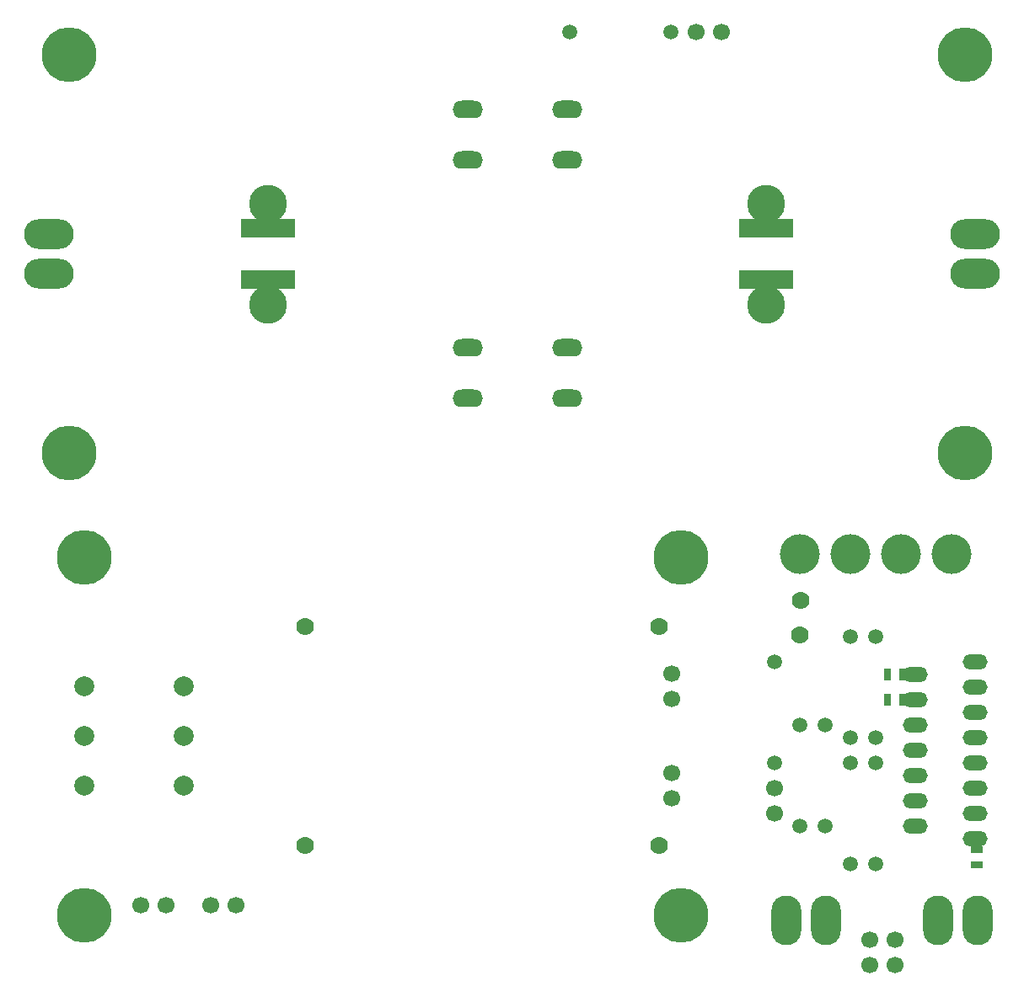
<source format=gbs>
G04 (created by PCBNEW (2013-07-07 BZR 4022)-stable) date 27/10/2013 04:34:24*
%MOIN*%
G04 Gerber Fmt 3.4, Leading zero omitted, Abs format*
%FSLAX34Y34*%
G01*
G70*
G90*
G04 APERTURE LIST*
%ADD10C,0.00393701*%
%ADD11R,0.045X0.025*%
%ADD12R,0.025X0.045*%
%ADD13C,0.0590551*%
%ADD14C,0.15748*%
%ADD15C,0.0669*%
%ADD16O,0.1181X0.1969*%
%ADD17C,0.07*%
%ADD18O,0.0984252X0.0590551*%
%ADD19O,0.12X0.07*%
%ADD20C,0.15*%
%ADD21R,0.2165X0.0728*%
%ADD22C,0.2165*%
%ADD23O,0.1969X0.1181*%
%ADD24C,0.0787402*%
G04 APERTURE END LIST*
G54D10*
G54D11*
X51647Y-41308D03*
X51647Y-41908D03*
G54D12*
X48097Y-35358D03*
X48697Y-35358D03*
X48697Y-34358D03*
X48097Y-34358D03*
G54D13*
X47647Y-37858D03*
X47647Y-41858D03*
X45647Y-36358D03*
X45647Y-40358D03*
X47647Y-32858D03*
X47647Y-36858D03*
X46647Y-37858D03*
X46647Y-41858D03*
X44647Y-36358D03*
X44647Y-40358D03*
X46647Y-32858D03*
X46647Y-36858D03*
G54D14*
X50647Y-29608D03*
X48647Y-29608D03*
X44647Y-29608D03*
X46647Y-29608D03*
G54D15*
X48397Y-45858D03*
X48397Y-44858D03*
X47397Y-45858D03*
X47397Y-44858D03*
G54D16*
X51677Y-44108D03*
X50117Y-44108D03*
X45677Y-44108D03*
X44117Y-44108D03*
G54D13*
X43647Y-33858D03*
X43647Y-37858D03*
G54D17*
X44647Y-32797D03*
X44667Y-31419D03*
G54D18*
X51594Y-33858D03*
X51594Y-34858D03*
X51594Y-35858D03*
X51594Y-36858D03*
X51594Y-37858D03*
X51594Y-38858D03*
X51594Y-39858D03*
X51594Y-40858D03*
X49200Y-34358D03*
X49200Y-35358D03*
X49200Y-36358D03*
X49200Y-37358D03*
X49200Y-38358D03*
X49200Y-39358D03*
X49200Y-40358D03*
G54D15*
X43647Y-38858D03*
X43647Y-39858D03*
G54D19*
X31496Y-11992D03*
X31496Y-13992D03*
X31496Y-21440D03*
X31496Y-23440D03*
X35433Y-21440D03*
X35433Y-23440D03*
X35433Y-11992D03*
X35433Y-13992D03*
G54D20*
X23622Y-15716D03*
X23622Y-19716D03*
X43307Y-15716D03*
X43307Y-19716D03*
G54D21*
X23622Y-16702D03*
X23622Y-18730D03*
X43307Y-16702D03*
X43307Y-18730D03*
G54D22*
X51181Y-9842D03*
X51181Y-25590D03*
X15748Y-25590D03*
X15748Y-9842D03*
G54D23*
X14960Y-18496D03*
X14960Y-16936D03*
X51574Y-16936D03*
X51574Y-18496D03*
G54D13*
X35539Y-8938D03*
X39539Y-8938D03*
G54D15*
X41539Y-8938D03*
X40539Y-8938D03*
G54D24*
X16338Y-34842D03*
X16338Y-36811D03*
X16338Y-38779D03*
X20275Y-34842D03*
X20275Y-36811D03*
X20275Y-38779D03*
G54D15*
X18594Y-43503D03*
X19594Y-43503D03*
X22350Y-43503D03*
X21350Y-43503D03*
X39566Y-39279D03*
X39566Y-38279D03*
X39566Y-34342D03*
X39566Y-35342D03*
G54D17*
X39086Y-41141D03*
X25086Y-41141D03*
X39086Y-32480D03*
X25086Y-32480D03*
G54D22*
X16338Y-43897D03*
X16338Y-29724D03*
X39960Y-29724D03*
X39960Y-43897D03*
M02*

</source>
